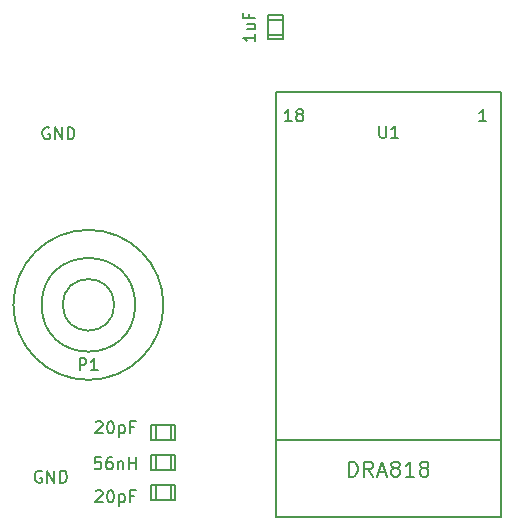
<source format=gto>
G04 #@! TF.FileFunction,Legend,Top*
%FSLAX46Y46*%
G04 Gerber Fmt 4.6, Leading zero omitted, Abs format (unit mm)*
G04 Created by KiCad (PCBNEW 0.201506232253+5814~23~ubuntu14.04.1-product) date Mon 29 Jun 2015 10:40:57 AM CDT*
%MOMM*%
G01*
G04 APERTURE LIST*
%ADD10C,0.100000*%
%ADD11C,0.200000*%
%ADD12C,0.150000*%
%ADD13C,0.127000*%
G04 APERTURE END LIST*
D10*
D11*
X125730000Y-109220000D02*
G75*
G03X125730000Y-109220000I-6350000J0D01*
G01*
D12*
X121564991Y-109220000D02*
G75*
G03X121564991Y-109220000I-2184991J0D01*
G01*
X123342400Y-109220000D02*
G75*
G03X123342400Y-109220000I-3962400J0D01*
G01*
D13*
X125095000Y-120650000D02*
X125095000Y-119380000D01*
X126365000Y-120650000D02*
X126365000Y-119405400D01*
X126746000Y-120650000D02*
X124714000Y-120650000D01*
X124714000Y-120650000D02*
X124714000Y-119380000D01*
X124714000Y-119380000D02*
X126746000Y-119380000D01*
X126746000Y-119380000D02*
X126746000Y-120650000D01*
X126365000Y-124460000D02*
X126365000Y-125730000D01*
X125095000Y-124460000D02*
X125095000Y-125704600D01*
X124714000Y-124460000D02*
X126746000Y-124460000D01*
X126746000Y-124460000D02*
X126746000Y-125730000D01*
X126746000Y-125730000D02*
X124714000Y-125730000D01*
X124714000Y-125730000D02*
X124714000Y-124460000D01*
X125095000Y-123190000D02*
X125095000Y-121920000D01*
X126365000Y-123190000D02*
X126365000Y-121945400D01*
X126746000Y-123190000D02*
X124714000Y-123190000D01*
X124714000Y-123190000D02*
X124714000Y-121920000D01*
X124714000Y-121920000D02*
X126746000Y-121920000D01*
X126746000Y-121920000D02*
X126746000Y-123190000D01*
X135890000Y-86360000D02*
X134620000Y-86360000D01*
X135890000Y-85090000D02*
X134645400Y-85090000D01*
X135890000Y-84709000D02*
X135890000Y-86741000D01*
X135890000Y-86741000D02*
X134620000Y-86741000D01*
X134620000Y-86741000D02*
X134620000Y-84709000D01*
X134620000Y-84709000D02*
X135890000Y-84709000D01*
D12*
X135280000Y-120650000D02*
X154280000Y-120650000D01*
X135280000Y-91220000D02*
X154280000Y-91220000D01*
X154280000Y-91220000D02*
X154280000Y-127220000D01*
X154280000Y-127220000D02*
X135280000Y-127220000D01*
X135280000Y-127220000D02*
X135280000Y-91220000D01*
D13*
X118630096Y-114759619D02*
X118630096Y-113743619D01*
X119017143Y-113743619D01*
X119113905Y-113792000D01*
X119162286Y-113840381D01*
X119210667Y-113937143D01*
X119210667Y-114082286D01*
X119162286Y-114179048D01*
X119113905Y-114227429D01*
X119017143Y-114275810D01*
X118630096Y-114275810D01*
X120178286Y-114759619D02*
X119597715Y-114759619D01*
X119888001Y-114759619D02*
X119888001Y-113743619D01*
X119791239Y-113888762D01*
X119694477Y-113985524D01*
X119597715Y-114033905D01*
X115430905Y-123317000D02*
X115334143Y-123268619D01*
X115189000Y-123268619D01*
X115043858Y-123317000D01*
X114947096Y-123413762D01*
X114898715Y-123510524D01*
X114850334Y-123704048D01*
X114850334Y-123849190D01*
X114898715Y-124042714D01*
X114947096Y-124139476D01*
X115043858Y-124236238D01*
X115189000Y-124284619D01*
X115285762Y-124284619D01*
X115430905Y-124236238D01*
X115479286Y-124187857D01*
X115479286Y-123849190D01*
X115285762Y-123849190D01*
X115914715Y-124284619D02*
X115914715Y-123268619D01*
X116495286Y-124284619D01*
X116495286Y-123268619D01*
X116979096Y-124284619D02*
X116979096Y-123268619D01*
X117221001Y-123268619D01*
X117366143Y-123317000D01*
X117462905Y-123413762D01*
X117511286Y-123510524D01*
X117559667Y-123704048D01*
X117559667Y-123849190D01*
X117511286Y-124042714D01*
X117462905Y-124139476D01*
X117366143Y-124236238D01*
X117221001Y-124284619D01*
X116979096Y-124284619D01*
X116065905Y-94234000D02*
X115969143Y-94185619D01*
X115824000Y-94185619D01*
X115678858Y-94234000D01*
X115582096Y-94330762D01*
X115533715Y-94427524D01*
X115485334Y-94621048D01*
X115485334Y-94766190D01*
X115533715Y-94959714D01*
X115582096Y-95056476D01*
X115678858Y-95153238D01*
X115824000Y-95201619D01*
X115920762Y-95201619D01*
X116065905Y-95153238D01*
X116114286Y-95104857D01*
X116114286Y-94766190D01*
X115920762Y-94766190D01*
X116549715Y-95201619D02*
X116549715Y-94185619D01*
X117130286Y-95201619D01*
X117130286Y-94185619D01*
X117614096Y-95201619D02*
X117614096Y-94185619D01*
X117856001Y-94185619D01*
X118001143Y-94234000D01*
X118097905Y-94330762D01*
X118146286Y-94427524D01*
X118194667Y-94621048D01*
X118194667Y-94766190D01*
X118146286Y-94959714D01*
X118097905Y-95056476D01*
X118001143Y-95153238D01*
X117856001Y-95201619D01*
X117614096Y-95201619D01*
X119996858Y-119174381D02*
X120045239Y-119126000D01*
X120142001Y-119077619D01*
X120383905Y-119077619D01*
X120480667Y-119126000D01*
X120529048Y-119174381D01*
X120577429Y-119271143D01*
X120577429Y-119367905D01*
X120529048Y-119513048D01*
X119948477Y-120093619D01*
X120577429Y-120093619D01*
X121206382Y-119077619D02*
X121303143Y-119077619D01*
X121399905Y-119126000D01*
X121448286Y-119174381D01*
X121496667Y-119271143D01*
X121545048Y-119464667D01*
X121545048Y-119706571D01*
X121496667Y-119900095D01*
X121448286Y-119996857D01*
X121399905Y-120045238D01*
X121303143Y-120093619D01*
X121206382Y-120093619D01*
X121109620Y-120045238D01*
X121061239Y-119996857D01*
X121012858Y-119900095D01*
X120964477Y-119706571D01*
X120964477Y-119464667D01*
X121012858Y-119271143D01*
X121061239Y-119174381D01*
X121109620Y-119126000D01*
X121206382Y-119077619D01*
X121980477Y-119416286D02*
X121980477Y-120432286D01*
X121980477Y-119464667D02*
X122077239Y-119416286D01*
X122270762Y-119416286D01*
X122367524Y-119464667D01*
X122415905Y-119513048D01*
X122464286Y-119609810D01*
X122464286Y-119900095D01*
X122415905Y-119996857D01*
X122367524Y-120045238D01*
X122270762Y-120093619D01*
X122077239Y-120093619D01*
X121980477Y-120045238D01*
X123238381Y-119561429D02*
X122899715Y-119561429D01*
X122899715Y-120093619D02*
X122899715Y-119077619D01*
X123383524Y-119077619D01*
X119996858Y-125016381D02*
X120045239Y-124968000D01*
X120142001Y-124919619D01*
X120383905Y-124919619D01*
X120480667Y-124968000D01*
X120529048Y-125016381D01*
X120577429Y-125113143D01*
X120577429Y-125209905D01*
X120529048Y-125355048D01*
X119948477Y-125935619D01*
X120577429Y-125935619D01*
X121206382Y-124919619D02*
X121303143Y-124919619D01*
X121399905Y-124968000D01*
X121448286Y-125016381D01*
X121496667Y-125113143D01*
X121545048Y-125306667D01*
X121545048Y-125548571D01*
X121496667Y-125742095D01*
X121448286Y-125838857D01*
X121399905Y-125887238D01*
X121303143Y-125935619D01*
X121206382Y-125935619D01*
X121109620Y-125887238D01*
X121061239Y-125838857D01*
X121012858Y-125742095D01*
X120964477Y-125548571D01*
X120964477Y-125306667D01*
X121012858Y-125113143D01*
X121061239Y-125016381D01*
X121109620Y-124968000D01*
X121206382Y-124919619D01*
X121980477Y-125258286D02*
X121980477Y-126274286D01*
X121980477Y-125306667D02*
X122077239Y-125258286D01*
X122270762Y-125258286D01*
X122367524Y-125306667D01*
X122415905Y-125355048D01*
X122464286Y-125451810D01*
X122464286Y-125742095D01*
X122415905Y-125838857D01*
X122367524Y-125887238D01*
X122270762Y-125935619D01*
X122077239Y-125935619D01*
X121980477Y-125887238D01*
X123238381Y-125403429D02*
X122899715Y-125403429D01*
X122899715Y-125935619D02*
X122899715Y-124919619D01*
X123383524Y-124919619D01*
X120432286Y-122125619D02*
X119948477Y-122125619D01*
X119900096Y-122609429D01*
X119948477Y-122561048D01*
X120045239Y-122512667D01*
X120287143Y-122512667D01*
X120383905Y-122561048D01*
X120432286Y-122609429D01*
X120480667Y-122706190D01*
X120480667Y-122948095D01*
X120432286Y-123044857D01*
X120383905Y-123093238D01*
X120287143Y-123141619D01*
X120045239Y-123141619D01*
X119948477Y-123093238D01*
X119900096Y-123044857D01*
X121351524Y-122125619D02*
X121158001Y-122125619D01*
X121061239Y-122174000D01*
X121012858Y-122222381D01*
X120916096Y-122367524D01*
X120867715Y-122561048D01*
X120867715Y-122948095D01*
X120916096Y-123044857D01*
X120964477Y-123093238D01*
X121061239Y-123141619D01*
X121254762Y-123141619D01*
X121351524Y-123093238D01*
X121399905Y-123044857D01*
X121448286Y-122948095D01*
X121448286Y-122706190D01*
X121399905Y-122609429D01*
X121351524Y-122561048D01*
X121254762Y-122512667D01*
X121061239Y-122512667D01*
X120964477Y-122561048D01*
X120916096Y-122609429D01*
X120867715Y-122706190D01*
X121883715Y-122464286D02*
X121883715Y-123141619D01*
X121883715Y-122561048D02*
X121932096Y-122512667D01*
X122028858Y-122464286D01*
X122174000Y-122464286D01*
X122270762Y-122512667D01*
X122319143Y-122609429D01*
X122319143Y-123141619D01*
X122802953Y-123141619D02*
X122802953Y-122125619D01*
X122802953Y-122609429D02*
X123383524Y-122609429D01*
X123383524Y-123141619D02*
X123383524Y-122125619D01*
X133508619Y-86329762D02*
X133508619Y-86910333D01*
X133508619Y-86620047D02*
X132492619Y-86620047D01*
X132637762Y-86716809D01*
X132734524Y-86813571D01*
X132782905Y-86910333D01*
X132831286Y-85458905D02*
X133508619Y-85458905D01*
X132831286Y-85894333D02*
X133363476Y-85894333D01*
X133460238Y-85845952D01*
X133508619Y-85749190D01*
X133508619Y-85604048D01*
X133460238Y-85507286D01*
X133411857Y-85458905D01*
X132976429Y-84636429D02*
X132976429Y-84975095D01*
X133508619Y-84975095D02*
X132492619Y-84975095D01*
X132492619Y-84491286D01*
X144005905Y-94058619D02*
X144005905Y-94881095D01*
X144054286Y-94977857D01*
X144102667Y-95026238D01*
X144199429Y-95074619D01*
X144392952Y-95074619D01*
X144489714Y-95026238D01*
X144538095Y-94977857D01*
X144586476Y-94881095D01*
X144586476Y-94058619D01*
X145602476Y-95074619D02*
X145021905Y-95074619D01*
X145312191Y-95074619D02*
X145312191Y-94058619D01*
X145215429Y-94203762D01*
X145118667Y-94300524D01*
X145021905Y-94348905D01*
X141453810Y-123764524D02*
X141453810Y-122494524D01*
X141756191Y-122494524D01*
X141937619Y-122555000D01*
X142058572Y-122675952D01*
X142119048Y-122796905D01*
X142179524Y-123038810D01*
X142179524Y-123220238D01*
X142119048Y-123462143D01*
X142058572Y-123583095D01*
X141937619Y-123704048D01*
X141756191Y-123764524D01*
X141453810Y-123764524D01*
X143449524Y-123764524D02*
X143026191Y-123159762D01*
X142723810Y-123764524D02*
X142723810Y-122494524D01*
X143207619Y-122494524D01*
X143328572Y-122555000D01*
X143389048Y-122615476D01*
X143449524Y-122736429D01*
X143449524Y-122917857D01*
X143389048Y-123038810D01*
X143328572Y-123099286D01*
X143207619Y-123159762D01*
X142723810Y-123159762D01*
X143933334Y-123401667D02*
X144538096Y-123401667D01*
X143812381Y-123764524D02*
X144235715Y-122494524D01*
X144659048Y-123764524D01*
X145263810Y-123038810D02*
X145142857Y-122978333D01*
X145082381Y-122917857D01*
X145021905Y-122796905D01*
X145021905Y-122736429D01*
X145082381Y-122615476D01*
X145142857Y-122555000D01*
X145263810Y-122494524D01*
X145505714Y-122494524D01*
X145626667Y-122555000D01*
X145687143Y-122615476D01*
X145747619Y-122736429D01*
X145747619Y-122796905D01*
X145687143Y-122917857D01*
X145626667Y-122978333D01*
X145505714Y-123038810D01*
X145263810Y-123038810D01*
X145142857Y-123099286D01*
X145082381Y-123159762D01*
X145021905Y-123280714D01*
X145021905Y-123522619D01*
X145082381Y-123643571D01*
X145142857Y-123704048D01*
X145263810Y-123764524D01*
X145505714Y-123764524D01*
X145626667Y-123704048D01*
X145687143Y-123643571D01*
X145747619Y-123522619D01*
X145747619Y-123280714D01*
X145687143Y-123159762D01*
X145626667Y-123099286D01*
X145505714Y-123038810D01*
X146957143Y-123764524D02*
X146231429Y-123764524D01*
X146594286Y-123764524D02*
X146594286Y-122494524D01*
X146473334Y-122675952D01*
X146352381Y-122796905D01*
X146231429Y-122857381D01*
X147682858Y-123038810D02*
X147561905Y-122978333D01*
X147501429Y-122917857D01*
X147440953Y-122796905D01*
X147440953Y-122736429D01*
X147501429Y-122615476D01*
X147561905Y-122555000D01*
X147682858Y-122494524D01*
X147924762Y-122494524D01*
X148045715Y-122555000D01*
X148106191Y-122615476D01*
X148166667Y-122736429D01*
X148166667Y-122796905D01*
X148106191Y-122917857D01*
X148045715Y-122978333D01*
X147924762Y-123038810D01*
X147682858Y-123038810D01*
X147561905Y-123099286D01*
X147501429Y-123159762D01*
X147440953Y-123280714D01*
X147440953Y-123522619D01*
X147501429Y-123643571D01*
X147561905Y-123704048D01*
X147682858Y-123764524D01*
X147924762Y-123764524D01*
X148045715Y-123704048D01*
X148106191Y-123643571D01*
X148166667Y-123522619D01*
X148166667Y-123280714D01*
X148106191Y-123159762D01*
X148045715Y-123099286D01*
X147924762Y-123038810D01*
X136586476Y-93679619D02*
X136005905Y-93679619D01*
X136296191Y-93679619D02*
X136296191Y-92663619D01*
X136199429Y-92808762D01*
X136102667Y-92905524D01*
X136005905Y-92953905D01*
X137167048Y-93099048D02*
X137070286Y-93050667D01*
X137021905Y-93002286D01*
X136973524Y-92905524D01*
X136973524Y-92857143D01*
X137021905Y-92760381D01*
X137070286Y-92712000D01*
X137167048Y-92663619D01*
X137360571Y-92663619D01*
X137457333Y-92712000D01*
X137505714Y-92760381D01*
X137554095Y-92857143D01*
X137554095Y-92905524D01*
X137505714Y-93002286D01*
X137457333Y-93050667D01*
X137360571Y-93099048D01*
X137167048Y-93099048D01*
X137070286Y-93147429D01*
X137021905Y-93195810D01*
X136973524Y-93292571D01*
X136973524Y-93486095D01*
X137021905Y-93582857D01*
X137070286Y-93631238D01*
X137167048Y-93679619D01*
X137360571Y-93679619D01*
X137457333Y-93631238D01*
X137505714Y-93582857D01*
X137554095Y-93486095D01*
X137554095Y-93292571D01*
X137505714Y-93195810D01*
X137457333Y-93147429D01*
X137360571Y-93099048D01*
X153070286Y-93679619D02*
X152489715Y-93679619D01*
X152780001Y-93679619D02*
X152780001Y-92663619D01*
X152683239Y-92808762D01*
X152586477Y-92905524D01*
X152489715Y-92953905D01*
M02*

</source>
